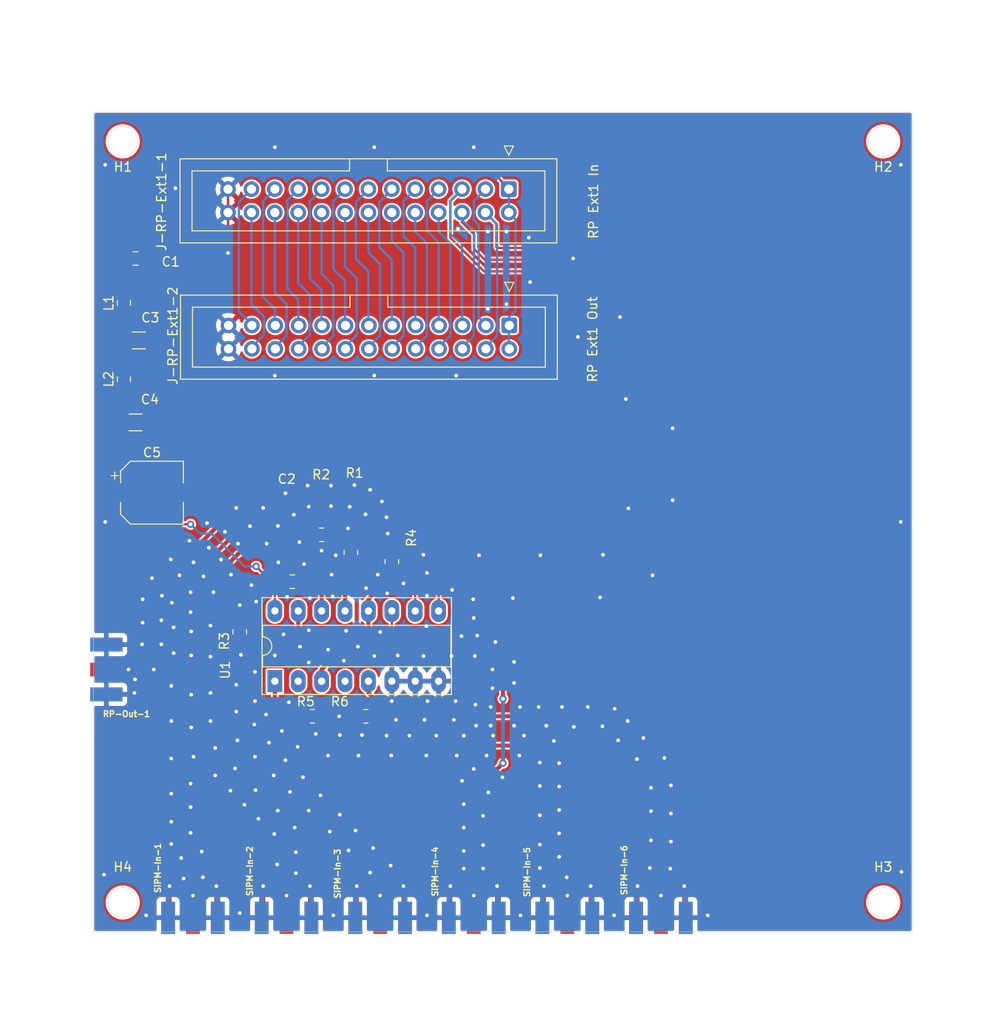
<source format=kicad_pcb>
(kicad_pcb (version 20240108) (generator "pcbnew") (generator_version "8.0")
  (layers (0 "F.Cu" signal) (31 "B.Cu" signal) (34 "B.Paste" user) (35 "F.Paste" user) (36 "B.SilkS" user "B.Silkscreen") (37 "F.SilkS" user "F.Silkscreen") (38 "B.Mask" user) (39 "F.Mask" user) (44 "Edge.Cuts" user))
  (net 0 "")
  (net 1 "3.3V-RP")
  (net 2 "+3V3")
  (net 3 "MUX_S0-RP")
  (net 4 "MUX_S1-RP")
  (net 5 "MUX_S2-RP")
  (net 6 "Net-(C3-Pad1)")
  (net 7 "GND")
  (net 8 "/RP_EXT1_3")
  (net 9 "/RP_EXT1_24")
  (net 10 "/RP_EXT1_22")
  (net 11 "/RP_EXT1_20")
  (net 12 "/RP_EXT1_18")
  (net 13 "/RP_EXT1_16")
  (net 14 "/RP_EXT1_14")
  (net 15 "/RP_EXT1_12")
  (net 16 "/RP_EXT1_10")
  (net 17 "/RP_EXT1_8")
  (net 18 "/RP_EXT1_23")
  (net 19 "/RP_EXT1_21")
  (net 20 "/RP_EXT1_19")
  (net 21 "/RP_EXT1_17")
  (net 22 "/RP_EXT1_15")
  (net 23 "/RP_EXT1_13")
  (net 24 "/RP_EXT1_11")
  (net 25 "/RP_EXT1_9")
  (net 26 "/RP_EXT1_7")
  (net 27 "Net-(R1-Pad1)")
  (net 28 "Net-(R2-Pad1)")
  (net 29 "Net-(R3-Pad1)")
  (net 30 "Net-(R4-Pad1)")
  (net 31 "Net-(R5-Pad1)")
  (net 32 "Net-(R6-Pad1)")
  (net 33 "Net-(RP-Out-1-Pad1)")
  (footprint "Package_DIP:DIP-16_W7.62mm_Socket_LongPads" (layer "F.Cu") (at 46.99 90.17 90)
    (property "Reference" "U1")
    (property "Value" "74HC4051")
  )
  (footprint "Capacitor_SMD:C_0805_2012Metric_Pad1.18x1.45mm_HandSolder" (layer "F.Cu") (at 31.877 44.323)
    (property "Reference" "C1")
    (property "Value" "100n")
  )
  (footprint "MountingHole:MountingHole_3.2mm_M3_ISO7380" (layer "F.Cu") (at 30.48 31.623)
    (property "Reference" "H1")
    (property "Value" "MountingHole")
  )
  (footprint "MountingHole:MountingHole_3.2mm_M3_ISO7380" (layer "F.Cu") (at 113.03 31.623)
    (property "Reference" "H2")
    (property "Value" "MountingHole")
  )
  (footprint "MountingHole:MountingHole_3.2mm_M3_ISO7380" (layer "F.Cu") (at 113.03 114.173)
    (property "Reference" "H3")
    (property "Value" "MountingHole")
  )
  (footprint "MountingHole:MountingHole_3.2mm_M3_ISO7380" (layer "F.Cu") (at 30.48 114.173)
    (property "Reference" "H4")
    (property "Value" "MountingHole")
  )
  (footprint "Resistor_SMD:R_0805_2012Metric_Pad1.20x1.40mm_HandSolder" (layer "F.Cu") (at 52.07 74.295)
    (property "Reference" "R2")
    (property "Value" "50")
  )
  (footprint "Resistor_SMD:R_0805_2012Metric_Pad1.20x1.40mm_HandSolder" (layer "F.Cu") (at 55.245 76.2 90)
    (property "Reference" "R1")
    (property "Value" "50")
  )
  (footprint "Capacitor_SMD:C_1206_3216Metric_Pad1.33x1.80mm_HandSolder" (layer "F.Cu") (at 32.2195 53.213)
    (property "Reference" "C3")
    (property "Value" "10µ")
  )
  (footprint "Capacitor_SMD:C_1206_3216Metric_Pad1.33x1.80mm_HandSolder" (layer "F.Cu") (at 31.877 62.103)
    (property "Reference" "C4")
    (property "Value" "10µ")
  )
  (footprint "Capacitor_SMD:CP_Elec_6.3x7.7" (layer "F.Cu") (at 33.655 69.723)
    (property "Reference" "C5")
    (property "Value" "100µ")
  )
  (footprint "Inductor_SMD:L_0805_2012Metric_Pad1.15x1.40mm_HandSolder" (layer "F.Cu") (at 30.607 49.158 90)
    (property "Reference" "L1")
    (property "Value" "BLM21PG331")
  )
  (footprint "Inductor_SMD:L_0805_2012Metric_Pad1.15x1.40mm_HandSolder" (layer "F.Cu") (at 30.607 57.413 90)
    (property "Reference" "L2")
    (property "Value" "BLM21PG331")
  )
  (footprint "Capacitor_SMD:C_0805_2012Metric_Pad1.18x1.45mm_HandSolder" (layer "F.Cu") (at 48.895 79.375)
    (property "Reference" "C2")
    (property "Value" "100n")
  )
  (footprint "Resistor_SMD:R_0805_2012Metric_Pad1.20x1.40mm_HandSolder" (layer "F.Cu") (at 43.18 84.82 90)
    (property "Reference" "R3")
    (property "Value" "50")
  )
  (footprint "Resistor_SMD:R_0805_2012Metric_Pad1.20x1.40mm_HandSolder" (layer "F.Cu") (at 59.69 77.2 90)
    (property "Reference" "R4")
    (property "Value" "50")
  )
  (footprint "Resistor_SMD:R_0805_2012Metric_Pad1.20x1.40mm_HandSolder" (layer "F.Cu") (at 51.07 93.98)
    (property "Reference" "R5")
    (property "Value" "50")
  )
  (footprint "Resistor_SMD:R_0805_2012Metric_Pad1.20x1.40mm_HandSolder" (layer "F.Cu") (at 56.88 93.98 180)
    (property "Reference" "R6")
    (property "Value" "50")
  )
  (footprint "Connector_IDC:IDC-Header_2x13_P2.54mm_Vertical" (layer "F.Cu") (at 72.39 36.8046 -90)
    (property "Reference" "J-RP-Ext1-1")
    (property "Value" "Conn_01x26")
  )
  (footprint "Connector_IDC:IDC-Header_2x13_P2.54mm_Vertical" (layer "F.Cu") (at 72.4408 51.5874 -90)
    (property "Reference" "J-RP-Ext1-2")
    (property "Value" "Conn_01x26")
  )
  (footprint "FP_MJ:RFSOLUTIONS_CON-SMA-EDGE-S" (layer "F.Cu") (at 28.702 88.9)
    (property "Reference" "RP-Out-1")
    (property "Value" "Conn_Coaxial")
  )
  (footprint "FP_MJ:RFSOLUTIONS_CON-SMA-EDGE-S" (layer "F.Cu") (at 38.1 115.824 90)
    (property "Reference" "SiPM-In-1")
    (property "Value" "Conn_Coaxial")
  )
  (footprint "FP_MJ:RFSOLUTIONS_CON-SMA-EDGE-S" (layer "F.Cu") (at 48.26 115.824 90)
    (property "Reference" "SiPM-In-2")
    (property "Value" "Conn_Coaxial")
  )
  (footprint "FP_MJ:RFSOLUTIONS_CON-SMA-EDGE-S" (layer "F.Cu") (at 58.42 115.824 90)
    (property "Reference" "SiPM-In-3")
    (property "Value" "Conn_Coaxial")
  )
  (footprint "FP_MJ:RFSOLUTIONS_CON-SMA-EDGE-S" (layer "F.Cu") (at 68.58 115.824 90)
    (property "Reference" "SiPM-In-4")
    (property "Value" "Conn_Coaxial")
  )
  (footprint "FP_MJ:RFSOLUTIONS_CON-SMA-EDGE-S" (layer "F.Cu") (at 78.74 115.824 90)
    (property "Reference" "SiPM-In-5")
    (property "Value" "Conn_Coaxial")
  )
  (footprint "FP_MJ:RFSOLUTIONS_CON-SMA-EDGE-S" (layer "F.Cu") (at 88.9 115.824 90)
    (property "Reference" "SiPM-In-6")
    (property "Value" "Conn_Coaxial")
  )
  (gr_line (start 27.305 117.348) (end 116.205 117.348) (stroke (width 0.05)) (layer "Edge.Cuts"))
  (gr_line (start 27.305 117.348) (end 27.305 28.448) (stroke (width 0.05)) (layer "Edge.Cuts"))
  (gr_line (start 27.305 28.448) (end 116.205 28.448) (stroke (width 0.05)) (layer "Edge.Cuts"))
  (gr_line (start 116.205 28.448) (end 116.205 117.348) (stroke (width 0.05)) (layer "Edge.Cuts"))
  (gr_text "RP Ext1 Out" (at 81.4832 53.1114 90) (layer "F.SilkS") (effects (font (size 1 1))))
  (gr_text "RP Ext1 In" (at 81.5848 38.1254 90) (layer "F.SilkS") (effects (font (size 1 1))))
  (segment (start 41.91 33.528) (end 30.8395 42.6935) (width 0.25) (layer "F.Cu") (net 1))
  (segment (start 30.8395 44.323) (end 30.8395 47.9005) (width 0.25) (layer "F.Cu") (net 1))
  (segment (start 30.8395 42.6935) (end 30.8395 44.323) (width 0.25) (layer "F.Cu") (net 1))
  (segment (start 72.39 36.8046) (end 69.342 33.528) (width 0.25) (layer "F.Cu") (net 1))
  (segment (start 69.342 33.528) (end 41.91 33.528) (width 0.25) (layer "F.Cu") (net 1))
  (segment (start 30.8395 47.9005) (end 30.607 48.133) (width 0.25) (layer "F.Cu") (net 1))
  (segment (start 72.39 51.435) (end 72.39 50.6984) (width 0.25) (layer "B.Cu") (net 1))
  (segment (start 73.115001 40.095001) (end 72.39 39.37) (width 0.25) (layer "B.Cu") (net 1))
  (segment (start 73.115001 49.973399) (end 73.115001 40.095001) (width 0.25) (layer "B.Cu") (net 1))
  (segment (start 72.39 50.6984) (end 73.115001 49.973399) (width 0.25) (layer "B.Cu") (net 1))
  (segment (start 72.39 53.975) (end 72.39 51.435) (width 0.25) (layer "B.Cu") (net 1))
  (segment (start 72.39 39.37) (end 72.39 36.83) (width 0.25) (layer "B.Cu") (net 1))
  (segment (start 37.846 73.152) (end 37.846 73.152) (width 0.25) (layer "F.Cu") (net 2))
  (segment (start 44.958 77.724) (end 46.609 79.375) (width 0.25) (layer "F.Cu") (net 2))
  (segment (start 30.3145 62.103) (end 30.3145 69.2205) (width 0.25) (layer "F.Cu") (net 2))
  (segment (start 30.607 58.438) (end 30.607 61.8105) (width 0.25) (layer "F.Cu") (net 2))
  (segment (start 29.812 69.723) (end 30.955 69.723) (width 0.25) (layer "F.Cu") (net 2))
  (segment (start 44.958 77.724) (end 44.958 77.724) (width 0.25) (layer "F.Cu") (net 2))
  (segment (start 33.528 73.152) (end 37.846 73.152) (width 0.25) (layer "F.Cu") (net 2))
  (segment (start 30.955 69.723) (end 33.528 73.152) (width 0.25) (layer "F.Cu") (net 2))
  (segment (start 30.3145 69.2205) (end 29.812 69.723) (width 0.25) (layer "F.Cu") (net 2))
  (segment (start 46.609 79.375) (end 47.8575 79.375) (width 0.25) (layer "F.Cu") (net 2))
  (segment (start 46.99 80.2425) (end 47.8575 79.375) (width 0.25) (layer "F.Cu") (net 2))
  (segment (start 30.607 61.8105) (end 30.3145 62.103) (width 0.25) (layer "F.Cu") (net 2))
  (segment (start 46.99 82.55) (end 46.99 80.2425) (width 0.25) (layer "F.Cu") (net 2))
  (via (at 37.846 73.152) (size 0.8) (drill 0.4) (layers "F.Cu" "B.Cu") (net 2))
  (via (at 44.958 77.724) (size 0.8) (drill 0.4) (layers "F.Cu" "B.Cu") (net 2))
  (segment (start 38.862 74.168) (end 37.846 73.152) (width 0.25) (layer "B.Cu") (net 2))
  (segment (start 44.958 77.724) (end 43.688 77.724) (width 0.25) (layer "B.Cu") (net 2))
  (segment (start 43.688 77.724) (end 40.132 74.168) (width 0.25) (layer "B.Cu") (net 2))
  (segment (start 40.132 74.168) (end 38.862 74.168) (width 0.25) (layer "B.Cu") (net 2))
  (segment (start 71.0438 43.1038) (end 71.12 43.18) (width 0.25) (layer "F.Cu") (net 3))
  (segment (start 71.0438 40.5638) (end 71.0438 43.1038) (width 0.25) (layer "F.Cu") (net 3))
  (segment (start 67.31 80.01) (end 67.31 83.82) (width 0.25) (layer "F.Cu") (net 3))
  (segment (start 77.1652 43.18) (end 82.55 50.038) (width 0.25) (layer "F.Cu") (net 3))
  (segment (start 88.9 76.1492) (end 85.0392 80.01) (width 0.25) (layer "F.Cu") (net 3))
  (segment (start 88.9 57.4548) (end 88.9 76.1492) (width 0.25) (layer "F.Cu") (net 3))
  (segment (start 71.12 43.18) (end 77.1652 43.18) (width 0.25) (layer "F.Cu") (net 3))
  (segment (start 67.31 83.82) (end 66.04 85.09) (width 0.25) (layer "F.Cu") (net 3))
  (segment (start 85.0392 80.01) (end 67.31 80.01) (width 0.25) (layer "F.Cu") (net 3))
  (segment (start 59.69 85.09) (end 59.69 82.55) (width 0.25) (layer "F.Cu") (net 3))
  (segment (start 82.55 50.038) (end 88.9 57.4548) (width 0.25) (layer "F.Cu") (net 3))
  (segment (start 69.85 39.37) (end 71.0438 40.5638) (width 0.25) (layer "F.Cu") (net 3))
  (segment (start 66.04 85.09) (end 59.69 85.09) (width 0.25) (layer "F.Cu") (net 3))
  (segment (start 71.12 52.705) (end 69.85 53.975) (width 0.25) (layer "B.Cu") (net 3))
  (segment (start 69.85 39.37) (end 71.12 40.64) (width 0.25) (layer "B.Cu") (net 3))
  (segment (start 71.12 40.64) (end 71.12 52.705) (width 0.25) (layer "B.Cu") (net 3))
  (segment (start 66.04 42.0624) (end 66.04 38.1) (width 0.25) (layer "F.Cu") (net 4))
  (segment (start 86.36 74.4982) (end 86.36 59.0042) (width 0.25) (layer "F.Cu") (net 4))
  (segment (start 66.04 38.1) (end 67.31 36.83) (width 0.25) (layer "F.Cu") (net 4))
  (segment (start 86.36 59.0042) (end 75.6158 45.72) (width 0.25) (layer "F.Cu") (net 4))
  (segment (start 69.6976 45.72) (end 66.04 42.0624) (width 0.25) (layer "F.Cu") (net 4))
  (segment (start 75.6158 45.72) (end 69.6976 45.72) (width 0.25) (layer "F.Cu") (net 4))
  (segment (start 62.23 77.47) (end 83.3882 77.47) (width 0.25) (layer "F.Cu") (net 4))
  (segment (start 83.3882 77.47) (end 86.36 74.4982) (width 0.25) (layer "F.Cu") (net 4))
  (segment (start 62.23 82.55) (end 62.23 77.47) (width 0.25) (layer "F.Cu") (net 4))
  (segment (start 66.04 38.1) (end 67.31 36.83) (width 0.25) (layer "B.Cu") (net 4))
  (segment (start 67.31 36.83) (end 66.802 37.338) (width 0.25) (layer "B.Cu") (net 4))
  (segment (start 66.0654 41.6814) (end 66.04 38.1) (width 0.25) (layer "B.Cu") (net 4))
  (segment (start 67.31 51.435) (end 67.31 42.7736) (width 0.25) (layer "B.Cu") (net 4))
  (segment (start 67.31 42.7736) (end 66.0654 41.6814) (width 0.25) (layer "B.Cu") (net 4))
  (segment (start 87.63 58.2676) (end 76.3524 44.45) (width 0.25) (layer "F.Cu") (net 5))
  (segment (start 69.7738 44.45) (end 68.6308 43.307) (width 0.25) (layer "F.Cu") (net 5))
  (segment (start 64.77 78.74) (end 84.2772 78.74) (width 0.25) (layer "F.Cu") (net 5))
  (segment (start 67.31 40.386) (end 67.31 39.37) (width 0.25) (layer "F.Cu") (net 5))
  (segment (start 68.6308 43.307) (end 68.6308 41.7068) (width 0.25) (layer "F.Cu") (net 5))
  (segment (start 68.6308 41.7068) (end 67.31 40.386) (width 0.25) (layer "F.Cu") (net 5))
  (segment (start 84.2772 78.74) (end 87.63 75.3872) (width 0.25) (layer "F.Cu") (net 5))
  (segment (start 87.63 75.3872) (end 87.63 58.2676) (width 0.25) (layer "F.Cu") (net 5))
  (segment (start 64.77 82.55) (end 64.77 78.74) (width 0.25) (layer "F.Cu") (net 5))
  (segment (start 76.3524 44.45) (end 69.7738 44.45) (width 0.25) (layer "F.Cu") (net 5))
  (segment (start 67.31 40.2082) (end 67.31 39.37) (width 0.25) (layer "B.Cu") (net 5))
  (segment (start 68.58 52.705) (end 68.6054 41.2496) (width 0.25) (layer "B.Cu") (net 5))
  (segment (start 67.31 53.975) (end 68.58 52.705) (width 0.25) (layer "B.Cu") (net 5))
  (segment (start 68.6054 41.2496) (end 67.31 40.2082) (width 0.25) (layer "B.Cu") (net 5))
  (segment (start 30.657 56.338) (end 30.607 56.388) (width 0.25) (layer "F.Cu") (net 6))
  (segment (start 30.607 50.183) (end 30.607 53.163) (width 0.25) (layer "F.Cu") (net 6))
  (segment (start 30.657 53.213) (end 30.657 56.338) (width 0.25) (layer "F.Cu") (net 6))
  (segment (start 30.607 53.163) (end 30.657 53.213) (width 0.25) (layer "F.Cu") (net 6))
  (segment (start 43.18 83.82) (end 43.18 81.915) (width 0.25) (layer "F.Cu") (net 7))
  (segment (start 55.88 93.98) (end 53.975 93.98) (width 0.25) (layer "F.Cu") (net 7))
  (segment (start 59.69 76.2) (end 59.69 74.295) (width 0.25) (layer "F.Cu") (net 7))
  (segment (start 52.07 93.98) (end 53.975 93.98) (width 0.25) (layer "F.Cu") (net 7))
  (segment (start 60.96 112.395) (end 60.96 115.41) (width 0.44) (layer "F.Cu") (net 7))
  (segment (start 53.07 74.295) (end 53.975 74.295) (width 0.44) (layer "F.Cu") (net 7))
  (segment (start 45.72 112.395) (end 45.72 115.41) (width 0.44) (layer "F.Cu") (net 7))
  (segment (start 50.8 115.41) (end 50.96 115.57) (width 0.44) (layer "F.Cu") (net 7))
  (segment (start 35.56 112.39501) (end 35.56 115.41) (width 0.44) (layer "F.Cu") (net 7))
  (segment (start 40.64 112.395) (end 40.64 115.41) (width 0.44) (layer "F.Cu") (net 7))
  (segment (start 55.88 115.41) (end 55.72 115.57) (width 0.44) (layer "F.Cu") (net 7))
  (segment (start 86.36 112.395) (end 86.36 115.41) (width 0.44) (layer "F.Cu") (net 7))
  (segment (start 40.64 115.41) (end 40.8 115.57) (width 0.44) (layer "F.Cu") (net 7))
  (segment (start 41.91 36.83) (end 41.91 39.37) (width 0.25) (layer "F.Cu") (net 7))
  (segment (start 91.44 112.395) (end 91.44 115.41) (width 0.44) (layer "F.Cu") (net 7))
  (segment (start 53.975 74.295) (end 54.61 73.66) (width 0.44) (layer "F.Cu") (net 7))
  (segment (start 45.72 115.41) (end 45.56 115.57) (width 0.44) (layer "F.Cu") (net 7))
  (segment (start 71.12 112.395) (end 71.12 115.41) (width 0.44) (layer "F.Cu") (net 7))
  (segment (start 55.245 75.835) (end 55.245 74.295) (width 0.44) (layer "F.Cu") (net 7))
  (segment (start 76.2 112.395) (end 76.2 115.41) (width 0.44) (layer "F.Cu") (net 7))
  (segment (start 66.04 112.395) (end 66.04 115.41) (width 0.44) (layer "F.Cu") (net 7))
  (segment (start 81.28 112.395) (end 81.28 115.41) (width 0.44) (layer "F.Cu") (net 7))
  (segment (start 76.2 115.41) (end 76.04 115.57) (width 0.44) (layer "F.Cu") (net 7))
  (segment (start 60.96 115.41) (end 61.12 115.57) (width 0.44) (layer "F.Cu") (net 7))
  (segment (start 49.9325 77.7025) (end 50.165 77.47) (width 0.44) (layer "F.Cu") (net 7))
  (segment (start 49.9325 79.375) (end 49.9325 77.7025) (width 0.44) (layer "F.Cu") (net 7))
  (segment (start 31.59 91.6) (end 31.75 91.44) (width 0.44) (layer "F.Cu") (net 7))
  (segment (start 81.28 115.41) (end 81.44 115.57) (width 0.44) (layer "F.Cu") (net 7))
  (segment (start 71.12 115.41) (end 71.28 115.57) (width 0.44) (layer "F.Cu") (net 7))
  (segment (start 86.36 115.41) (end 86.2 115.57) (width 0.44) (layer "F.Cu") (net 7))
  (segment (start 66.04 115.41) (end 65.88 115.57) (width 0.44) (layer "F.Cu") (net 7))
  (segment (start 35.56 115.41) (end 35.4 115.57) (width 0.44) (layer "F.Cu") (net 7))
  (segment (start 55.88 112.395) (end 55.88 115.41) (width 0.44) (layer "F.Cu") (net 7))
  (segment (start 31.148 86.2) (end 31.242 86.106) (width 0.25) (layer "F.Cu") (net 7))
  (segment (start 28.575 91.6) (end 31.59 91.6) (width 0.44) (layer "F.Cu") (net 7))
  (segment (start 91.44 115.41) (end 91.6 115.57) (width 0.44) (layer "F.Cu") (net 7))
  (segment (start 41.91 39.37) (end 41.91 43.724999) (width 0.25) (layer "F.Cu") (net 7))
  (segment (start 50.8 112.395) (end 50.8 115.41) (width 0.44) (layer "F.Cu") (net 7))
  (segment (start 59.69 90.17) (end 64.77 90.17) (width 0.25) (layer "F.Cu") (net 7))
  (segment (start 55.245 74.295) (end 54.61 73.66) (width 0.44) (layer "F.Cu") (net 7))
  (segment (start 28.575 86.2) (end 31.148 86.2) (width 0.25) (layer "F.Cu") (net 7))
  (via (at 43.18 81.915) (size 0.8) (drill 0.4) (layers "F.Cu" "B.Cu") (net 7))
  (via (at 59.2455 74.168) (size 0.8) (drill 0.4) (layers "F.Cu" "B.Cu") (net 7))
  (via (at 53.975 93.98) (size 0.8) (drill 0.4) (layers "F.Cu" "B.Cu") (net 7))
  (via (at 40.64 112.395) (size 0.8) (drill 0.4) (layers "F.Cu" "B.Cu") (net 7))
  (via (at 45.72 112.395) (size 0.8) (drill 0.4) (layers "F.Cu" "B.Cu") (net 7))
  (via (at 50.8 112.395) (size 0.8) (drill 0.4) (layers "F.Cu" "B.Cu") (net 7))
  (via (at 55.88 112.395) (size 0.8) (drill 0.4) (layers "F.Cu" "B.Cu") (net 7))
  (via (at 60.96 112.395) (size 0.8) (drill 0.4) (layers "F.Cu" "B.Cu") (net 7))
  (via (at 66.04 112.395) (size 0.8) (drill 0.4) (layers "F.Cu" "B.Cu") (net 7))
  (via (at 71.12 112.395) (size 0.8) (drill 0.4) (layers "F.Cu" "B.Cu") (net 7))
  (via (at 76.2 112.395) (size 0.8) (drill 0.4) (layers "F.Cu" "B.Cu") (net 7))
  (via (at 81.28 112.395) (size 0.8) (drill 0.4) (layers "F.Cu" "B.Cu") (net 7))
  (via (at 86.36 112.395) (size 0.8) (drill 0.4) (layers "F.Cu" "B.Cu") (net 7))
  (via (at 91.44 112.395) (size 0.8) (drill 0.4) (layers "F.Cu" "B.Cu") (net 7))
  (via (at 31.75 91.44) (size 0.8) (drill 0.4) (layers "F.Cu" "B.Cu") (net 7))
  (via (at 32.5755 86.1695) (size 0.8) (drill 0.4) (layers "F.Cu" "B.Cu") (net 7))
  (via (at 37.846 101.2825) (size 0.8) (drill 0.4) (layers "F.Cu" "B.Cu") (net 7))
  (via (at 77.851 109.22) (size 0.8) (drill 0.4) (layers "F.Cu" "B.Cu") (net 7))
  (via (at 114.935 34.163) (size 0.8) (drill 0.4) (layers "F.Cu" "B.Cu") (net 7))
  (via (at 70.9295 85.9155) (size 0.8) (drill 0.4) (layers "F.Cu" "B.Cu") (net 7))
  (via (at 86.995 96.3295) (size 0.8) (drill 0.4) (layers "F.Cu" "B.Cu") (net 7))
  (via (at 43.18 115.316) (size 0.8) (drill 0.4) (layers "F.Cu" "B.Cu") (net 7))
  (via (at 64.516 96.0755) (size 0.8) (drill 0.4) (layers "F.Cu" "B.Cu") (net 7))
  (via (at 37.846 82.677) (size 0.8) (drill 0.4) (layers "F.Cu" "B.Cu") (net 7))
  (via (at 72.9615 88.0745) (size 0.8) (drill 0.4) (layers "F.Cu" "B.Cu") (net 7))
  (via (at 68.707 87.4395) (size 0.8) (drill 0.4) (layers "F.Cu" "B.Cu") (net 7))
  (via (at 58.6105 70.6755) (size 0.8) (drill 0.4) (layers "F.Cu" "B.Cu") (net 7))
  (via (at 82.296 81.0895) (size 0.8) (drill 0.4) (layers "F.Cu" "B.Cu") (net 7))
  (via (at 31.8135 89.9795) (size 0.8) (drill 0.4) (layers "F.Cu" "B.Cu") (net 7))
  (via (at 87.9856 78.6892) (size 0.8) (drill 0.4) (layers "F.Cu" "B.Cu") (net 7))
  (via (at 68.834 94.996) (size 0.8) (drill 0.4) (layers "F.Cu" "B.Cu") (net 7))
  (via (at 58.42 84.836) (size 0.8) (drill 0.4) (layers "F.Cu" "B.Cu") (net 7))
  (via (at 44.958 81.534) (size 0.8) (drill 0.4) (layers "F.Cu" "B.Cu") (net 7))
  (via (at 36.0045 84.328) (size 0.8) (drill 0.4) (layers "F.Cu" "B.Cu") (net 7))
  (via (at 52.7685 98.2345) (size 0.8) (drill 0.4) (layers "F.Cu" "B.Cu") (net 7))
  (via (at 49.149 106.045) (size 0.8) (drill 0.4) (layers "F.Cu" "B.Cu") (net 7))
  (via (at 75.7555 101.5365) (size 0.8) (drill 0.4) (layers "F.Cu" "B.Cu") (net 7))
  (via (at 56.007 86.4235) (size 0.8) (drill 0.4) (layers "F.Cu" "B.Cu") (net 7))
  (via (at 79.883 52.832) (size 0.8) (drill 0.4) (layers "F.Cu" "B.Cu") (net 7))
  (via (at 49.0474 72.1106) (size 0.8) (drill 0.4) (layers "F.Cu" "B.Cu") (net 7))
  (via (at 73.533 98.2345) (size 0.8) (drill 0.4) (layers "F.Cu" "B.Cu") (net 7))
  (via (at 46.99 57.023) (size 0.8) (drill 0.4) (layers "F.Cu" "B.Cu") (net 7))
  (via (at 70.104 49.784) (size 0.8) (drill 0.4) (layers "F.Cu" "B.Cu") (net 7))
  (via (at 70.104 41.402) (size 0.8) (drill 0.4) (layers "F.Cu" "B.Cu") (net 7))
  (via (at 52.7685 86.741) (size 0.8) (drill 0.4) (layers "F.Cu" "B.Cu") (net 7))
  (via (at 69.596 104.775) (size 0.8) (drill 0.4) (layers "F.Cu" "B.Cu") (net 7))
  (via (at 42.672 99.6315) (size 0.8) (drill 0.4) (layers "F.Cu" "B.Cu") (net 7))
  (via (at 42.799 71.374) (size 0.8) (drill 0.4) (layers "F.Cu" "B.Cu") (net 7))
  (via (at 67.31 100.965) (size 0.8) (drill 0.4) (layers "F.Cu" "B.Cu") (net 7))
  (via (at 77.851 99.06) (size 0.8) (drill 0.4) (layers "F.Cu" "B.Cu") (net 7))
  (via (at 53.594 76.5175) (size 0.8) (drill 0.4) (layers "F.Cu" "B.Cu") (net 7))
  (via (at 40.513 97.409) (size 0.8) (drill 0.4) (layers "F.Cu" "B.Cu") (net 7))
  (via (at 41.148 76.9874) (size 0.8) (drill 0.4) (layers "F.Cu" "B.Cu") (net 7))
  (via (at 50.673 84.6455) (size 0.8) (drill 0.4) (layers "F.Cu" "B.Cu") (net 7))
  (via (at 114.935 72.898) (size 0.8) (drill 0.4) (layers "F.Cu" "B.Cu") (net 7))
  (via (at 53.086 71.1835) (size 0.8) (drill 0.4) (layers "F.Cu" "B.Cu") (net 7))
  (via (at 76.454 94.996) (size 0.8) (drill 0.4) (layers "F.Cu" "B.Cu") (net 7))
  (via (at 66.2305 80.264) (size 0.8) (drill 0.4) (layers "F.Cu" "B.Cu") (net 7))
  (via (at 87.6935 110.4265) (size 0.8) (drill 0.4) (layers "F.Cu" "B.Cu") (net 7))
  (via (at 35.7505 107.823) (size 0.8) (drill 0.4) (layers "F.Cu" "B.Cu") (net 7))
  (via (at 66.8782 41.0972) (size 0.8) (drill 0.4) (layers "F.Cu" "B.Cu") (net 7))
  (via (at 47.9425 85.09) (size 0.8) (drill 0.4) (layers "F.Cu" "B.Cu") (net 7))
  (via (at 40.005 91.44) (size 0.8) (drill 0.4) (layers "F.Cu" "B.Cu") (net 7))
  (via (at 70.1675 102.235) (size 0.8) (drill 0.4) (layers "F.Cu" "B.Cu") (net 7))
  (via (at 41.91 43.724999) (size 0.8) (drill 0.4) (layers "F.Cu" "B.Cu") (net 7))
  (via (at 32.639 83.82) (size 0.8) (drill 0.4) (layers "F.Cu" "B.Cu") (net 7))
  (via (at 36.83 109.347) (size 0.8) (drill 0.4) (layers "F.Cu" "B.Cu") (net 7))
  (via (at 54.0385 96.012) (size 0.8) (drill 0.4) (layers "F.Cu" "B.Cu") (net 7))
  (via (at 86.2965 98.6155) (size 0.8) (drill 0.4) (layers "F.Cu" "B.Cu") (net 7))
  (via (at 72.8345 81.153) (size 0.8) (drill 0.4) (layers "F.Cu" "B.Cu") (net 7))
  (via (at 50.038 100.584) (size 0.8) (drill 0.4) (layers "F.Cu" "B.Cu") (net 7))
  (via (at 63.119 87.4395) (size 0.8) (drill 0.4) (layers "F.Cu" "B.Cu") (net 7))
  (via (at 53.1495 78.613) (size 0.8) (drill 0.4) (layers "F.Cu" "B.Cu") (net 7))
  (via (at 35.7505 105.41) (size 0.8) (drill 0.4) (layers "F.Cu" "B.Cu") (net 7))
  (via (at 37.9095 95.1865) (size 0.8) (drill 0.4) (layers "F.Cu" "B.Cu") (net 7))
  (via (at 78.6765 111.4425) (size 0.8) (drill 0.4) (layers "F.Cu" "B.Cu") (net 7))
  (via (at 67.5005 108.585) (size 0.8) (drill 0.4) (layers "F.Cu" "B.Cu") (net 7))
  (via (at 66.675 57.023) (size 0.8) (drill 0.4) (layers "F.Cu" "B.Cu") (net 7))
  (via (at 49.276 110.998) (size 0.8) (drill 0.4) (layers "F.Cu" "B.Cu") (net 7))
  (via (at 37.719 74.93) (size 0.8) (drill 0.4) (layers "F.Cu" "B.Cu") (net 7))
  (via (at 34.7345 80.899) (size 0.8) (drill 0.4) (layers "F.Cu" "B.Cu") (net 7))
  (via (at 56.896 80.0735) (size 0.8) (drill 0.4) (layers "F.Cu" "B.Cu") (net 7))
  (via (at 66.6115 92.329) (size 0.8) (drill 0.4) (layers "F.Cu" "B.Cu") (net 7))
  (via (at 48.133 69.7865) (size 0.8) (drill 0.4) (layers "F.Cu" "B.Cu") (net 7))
  (via (at 38.1635 98.3615) (size 0.8) (drill 0.4) (layers "F.Cu" "B.Cu") (net 7))
  (via (at 85.09 59.563) (size 0.8) (drill 0.4) (layers "F.Cu" "B.Cu") (net 7))
  (via (at 50.546 68.961) (size 0.8) (drill 0.4) (layers "F.Cu" "B.Cu") (net 7))
  (via (at 60.325 87.376) (size 0.8) (drill 0.4) (layers "F.Cu" "B.Cu") (net 7))
  (via (at 42.2275 78.613) (size 0.8) (drill 0.4) (layers "F.Cu" "B.Cu") (net 7))
  (via (at 49.276 108.712) (size 0.8) (drill 0.4) (layers "F.Cu" "B.Cu") (net 7))
  (via (at 47.3075 104.2035) (size 0.8) (drill 0.4) (layers "F.Cu" "B.Cu") (net 7))
  (via (at 41.5798 73.9648) (size 0.8) (drill 0.4) (layers "F.Cu" "B.Cu") (net 7))
  (via (at 57.658 108.2675) (size 0.8) (drill 0.4) (layers "F.Cu" "B.Cu") (net 7))
  (via (at 66.167 87.4395) (size 0.8) (drill 0.4) (layers "F.Cu" "B.Cu") (net 7))
  (via (at 59.563 110.1725) (size 0.8) (drill 0.4) (layers "F.Cu" "B.Cu") (net 7))
  (via (at 75.7555 104.7115) (size 0.8) (drill 0.4) (layers "F.Cu" "B.Cu") (net 7))
  (via (at 52.959 106.4895) (size 0.8) (drill 0.4) (layers "F.Cu" "B.Cu") (net 7))
  (via (at 115.0112 110.8456) (size 0.8) (drill 0.4) (layers "F.Cu" "B.Cu") (net 7))
  (via (at 53.086 68.961) (size 0.8) (drill 0.4) (layers "F.Cu" "B.Cu") (net 7))
  (via (at 59.1185 72.39) (size 0.8) (drill 0.4) (layers "F.Cu" "B.Cu") (net 7))
  (via (at 42.9895 75.2475) (size 0.8) (drill 0.4) (layers "F.Cu" "B.Cu") (net 7))
  (via (at 75.6285 92.964) (size 0.8) (drill 0.4) (layers "F.Cu" "B.Cu") (net 7))
  (via (at 68.58 83.312) (size 0.8) (drill 0.4) (layers "F.Cu" "B.Cu") (net 7))
  (via (at 54.991 108.5215) (size 0.8) (drill 0.4) (layers "F.Cu" "B.Cu") (net 7))
  (via (at 37.846 106.6165) (size 0.8) (drill 0.4) (layers "F.Cu" "B.Cu") (net 7))
  (via (at 47.3202 73.3298) (size 0.8) (drill 0.4) (layers "F.Cu" "B.Cu") (net 7))
  (via (at 56.8325 72.0725) (size 0.8) (drill 0.4) (layers "F.Cu" "B.Cu") (net 7))
  (via (at 33.655 78.994) (size 0.8) (drill 0.4) (layers "F.Cu" "B.Cu") (net 7))
  (via (at 57.3405 110.9345) (size 0.8) (drill 0.4) (layers "F.Cu" "B.Cu") (net 7))
  (via (at 57.785 57.023) (size 0.8) (drill 0.4) (layers "F.Cu" "B.Cu") (net 7))
  (via (at 45.72 71.374) (size 0.8) (drill 0.4) (layers "F.Cu" "B.Cu") (net 7))
  (via (at 75.7555 98.9965) (size 0.8) (drill 0.4) (layers "F.Cu" "B.Cu") (net 7))
  (via (at 35.56 112.39501) (size 0.8) (drill 0.4) (layers "F.Cu" "B.Cu") (net 7))
  (via (at 59.1185 96.0755) (size 0.8) (drill 0.4) (layers "F.Cu" "B.Cu") (net 7))
  (via (at 49.7205 86.4235) (size 0.8) (drill 0.4) (layers "F.Cu" "B.Cu") (net 7))
  (via (at 43.307 87.3125) (size 0.8) (drill 0.4) (layers "F.Cu" "B.Cu") (net 7))
  (via (at 44.45 79.756) (size 0.8) (drill 0.4) (layers "F.Cu" "B.Cu") (net 7))
  (via (at 42.164 102.0445) (size 0.8) (drill 0.4) (layers "F.Cu" "B.Cu") (net 7))
  (via (at 34.671 83.566) (size 0.8) (drill 0.4) (layers "F.Cu" "B.Cu") (net 7))
  (via (at 63.5635 92.329) (size 0.8) (drill 0.4) (layers "F.Cu" "B.Cu") (net 7))
  (via (at 87.8205 101.727) (size 0.8) (drill 0.4) (layers "F.Cu" "B.Cu") (net 7))
  (via (at 53.2765 80.9625) (size 0.8) (drill 0.4) (layers "F.Cu" "B.Cu") (net 7))
  (via (at 79.4385 95.123) (size 0.8) (drill 0.4) (layers "F.Cu" "B.Cu") (net 7))
  (via (at 58.166 78.613) (size 0.8) (drill 0.4) (layers "F.Cu" "B.Cu") (net 7))
  (via (at 33.8455 88.9) (size 0.8) (drill 0.4) (layers "F.Cu" "B.Cu") (net 7))
  (via (at 36.195 36.703) (size 0.8) (drill 0.4) (layers "F.Cu" "B.Cu") (net 7))
  (via (at 46.101 75.2475) (size 0.8) (drill 0.4) (layers "F.Cu" "B.Cu") (net 7))
  (via (at 36.0045 87.122) (size 0.8) (drill 0.4) (layers "F.Cu" "B.Cu") (net 7))
  (via (at 40.005 87.503) (size 0.8) (drill 0.4) (layers "F.Cu" "B.Cu") (net 7))
  (via (at 68.7705 92.71) (size 0.8) (drill 0.4) (layers "F.Cu" "B.Cu") (net 7))
  (via (at 59.69 92.329) (size 0.8) (drill 0.4) (layers "F.Cu" "B.Cu") (net 7))
  (via (at 50.8 81.153) (size 0.8) (drill 0.4) (layers "F.Cu" "B.Cu") (net 7))
  (via (at 67.2465 85.2805) (size 0.8) (drill 0.4) (layers "F.Cu" "B.Cu") (net 7))
  (via (at 37.846 103.8225) (size 0.8) (drill 0.4) (layers "F.Cu" "B.Cu") (net 7))
  (via (at 59.6265 98.2345) (size 0.8) (drill 0.4) (layers "F.Cu" "B.Cu") (net 7))
  (via (at 50.673 104.2035) (size 0.8) (drill 0.4) (layers "F.Cu" "B.Cu") (net 7))
  (via (at 39.0525 108.6485) (size 0.8) (drill 0.4) (layers "F.Cu" "B.Cu") (net 7))
  (via (at 68.58 99.695) (size 0.8) (drill 0.4) (layers "F.Cu" "B.Cu") (net 7))
  (via (at 44.8945 101.981) (size 0.8) (drill 0.4) (layers "F.Cu" "B.Cu") (net 7))
  (via (at 67.5005 110.49) (size 0.8) (drill 0.4) (layers "F.Cu" "B.Cu") (net 7))
  (via (at 59.182 80.645) (size 0.8) (drill 0.4) (layers "F.Cu" "B.Cu") (net 7))
  (via (at 87.8205 107.442) (size 0.8) (drill 0.4) (layers "F.Cu" "B.Cu") (net 7))
  (via (at 48.3235 81.026) (size 0.8) (drill 0.4) (layers "F.Cu" "B.Cu") (net 7))
  (via (at 42.926 96.5835) (size 0.8) (drill 0.4) (layers "F.Cu" "B.Cu") (net 7))
  (via (at 40.3225 80.518) (size 0.8) (drill 0.4) (layers "F.Cu" "B.Cu") (net 7))
  (via (at 40.005 84.1375) (size 0.8) (drill 0.4) (layers "F.Cu" "B.Cu") (net 7))
  (via (at 35.7505 94.488) (size 0.8) (drill 0.4) (layers "F.Cu" "B.Cu") (net 7))
  (via (at 66.7385 98.2345) (size 0.8) (drill 0.4) (layers "F.Cu" "B.Cu") (net 7))
  (via (at 63.4365 98.2345) (size 0.8) (drill 0.4) (layers "F.Cu" "B.Cu") (net 7))
  (via (at 72.9615 94.996) (size 0.8) (drill 0.4) (layers "F.Cu" "B.Cu") (net 7))
  (via (at 46.355 96.8375) (size 0.8) (drill 0.4) (layers "F.Cu" "B.Cu") (net 7))
  (via (at 72.136 41.402) (size 0.8) (drill 0.4) (layers "F.Cu" "B.Cu") (net 7))
  (via (at 56.0705 98.2345) (size 0.8) (drill 0.4) (layers "F.Cu" "B.Cu") (net 7))
  (via (at 44.7675 94.869) (size 0.8) (drill 0.4) (layers "F.Cu" "B.Cu") (net 7))
  (via (at 69.977 98.2345) (size 0.8) (drill 0.4) (layers "F.Cu" "B.Cu") (net 7))
  (via (at 44.831 89.154) (size 0.8) (drill 0.4) (layers "F.Cu" "B.Cu") (net 7))
  (via (at 74.549 42.0624) (size 0.8) (drill 0.4) (layers "F.Cu" "B.Cu") (net 7))
  (via (at 70.6755 96.0755) (size 0.8) (drill 0.4) (layers "F.Cu" "B.Cu") (net 7))
  (via (at 55.118 71.247) (size 0.8) (drill 0.4) (layers "F.Cu" "B.Cu") (net 7))
  (via (at 90.17 70.5358) (size 0.8) (drill 0.4) (layers "F.Cu" "B.Cu") (net 7))
  (via (at 37.084 111.5695) (size 0.8) (drill 0.4) (layers "F.Cu" "B.Cu") (net 7))
  (via (at 54.737 84.709) (size 0.8) (drill 0.4) (layers "F.Cu" "B.Cu") (net 7))
  (via (at 84.455 50.673) (size 0.8) (drill 0.4) (layers "F.Cu" "B.Cu") (net 7))
  (via (at 82.55 95.0595) (size 0.8) (drill 0.4) (layers "F.Cu" "B.Cu") (net 7))
  (via (at 50.165 77.47) (size 0.8) (drill 0.4) (layers "F.Cu" "B.Cu") (net 7))
  (via (at 28.575 34.163) (size 0.8) (drill 0.4) (layers "F.Cu" "B.Cu") (net 7))
  (via (at 89.9795 104.521) (size 0.8) (drill 0.4) (layers "F.Cu" "B.Cu") (net 7))
  (via (at 55.626 68.8975) (size 0.8) (drill 0.4) (layers "F.Cu" "B.Cu") (net 7))
  (via (at 44.831 92.329) (size 0.8) (drill 0.4) (layers "F.Cu" "B.Cu") (net 7))
  (via (at 70.4215 92.964) (size 0.8) (drill 0.4) (layers "F.Cu" "B.Cu") (net 7))
  (via (at 56.4515 96.012) (size 0.8) (drill 0.4) (layers "F.Cu" "B.Cu") (net 7))
  (via (at 74.7014 46.8884) (size 0.8) (drill 0.4) (layers "F.Cu" "B.Cu") (net 7))
  (via (at 90.17 62.738) (size 0.8) (drill 0.4) (layers "F.Cu" "B.Cu") (net 7))
  (via (at 54.0385 104.648) (size 0.8) (drill 0.4) (layers "F.Cu" "B.Cu") (net 7))
  (via (at 35.7505 102.362) (size 0.8) (drill 0.4) (layers "F.Cu" "B.Cu") (net 7))
  (via (at 63.4365 84.201) (size 0.8) (drill 0.4) (layers "F.Cu" "B.Cu") (net 7))
  (via (at 60.1345 94.361) (size 0.8) (drill 0.4) (layers "F.Cu" "B.Cu") (net 7))
  (via (at 39.243 78.8035) (size 0.8) (drill 0.4) (layers "F.Cu" "B.Cu") (net 7))
  (via (at 57.785 87.4395) (size 0.8) (drill 0.4) (layers "F.Cu" "B.Cu") (net 7))
  (via (at 72.136 49.276) (size 0.8) (drill 0.4) (layers "F.Cu" "B.Cu") (net 7))
  (via (at 40.513 100.3935) (size 0.8) (drill 0.4) (layers "F.Cu" "B.Cu") (net 7))
  (via (at 46.863 100.3935) (size 0.8) (drill 0.4) (layers "F.Cu" "B.Cu") (net 7))
  (via (at 37.9095 84.7725) (size 0.8) (drill 0.4) (layers "F.Cu" "B.Cu") (net 7))
  (via (at 44.2976 73.3552) (size 0.8) (drill 0.4) (layers "F.Cu" "B.Cu") (net 7))
  (via (at 46.9265 106.7435) (size 0.8) (drill 0.4) (layers "F.Cu" "B.Cu") (net 7))
  (via (at 77.851 101.6) (size 0.8) (drill 0.4) (layers "F.Cu" "B.Cu") (net 7))
  (via (at 93.98 115.57) (size 0.8) (drill 0.4) (layers "F.Cu" "B.Cu") (net 7))
  (via (at 69.1515 76.5175) (size 0.8) (drill 0.4) (layers "F.Cu" "B.Cu") (net 7))
  (via (at 63.246 94.361) (size 0.8) (drill 0.4) (layers "F.Cu" "B.Cu") (net 7))
  (via (at 75.7555 107.8865) (size 0.8) (drill 0.4) (layers "F.Cu" "B.Cu") (net 7))
  (via (at 43.688 103.5685) (size 0.8) (drill 0.4) (layers "F.Cu" "B.Cu") (net 7))
  (via (at 47.371 77.2795) (size 0.8) (drill 0.4) (layers "F.Cu" "B.Cu") (net 7))
  (via (at 39.1795 111.4425) (size 0.8) (drill 0.4) (layers "F.Cu" "B.Cu") (net 7))
  (via (at 68.58 32.258) (size 0.8) (drill 0.4) (layers "F.Cu" "B.Cu") (net 7))
  (via (at 51.435 95.885) (size 0.8) (drill 0.4) (layers "F.Cu" "B.Cu") (net 7))
  (via (at 60.96 79.5655) (size 0.8) (drill 0.4) (layers "F.Cu" "B.Cu") (net 7))
  (via (at 46.0375 93.7895) (size 0.8) (drill 0.4) (layers "F.Cu" "B.Cu") (net 7))
  (via (at 35.7505 98.552) (size 0.8) (drill 0.4) (layers "F.Cu" "B.Cu") (net 7))
  (via (at 77.2795 96.647) (size 0.8) (drill 0.4) (layers "F.Cu" "B.Cu") (net 7))
  (via (at 46.99 32.258) (size 0.8) (drill 0.4) (layers "F.Cu" "B.Cu") (net 7))
  (via (at 35.814 81.661) (size 0.8) (drill 0.4) (layers "F.Cu" "B.Cu") (net 7))
  (via (at 42.799 93.472) (size 0.8) (drill 0.4) (layers "F.Cu" "B.Cu") (net 7))
  (via (at 34.671 86.1695) (size 0.8) (drill 0.4) (layers "F.Cu" "B.Cu") (net 7))
  (via (at 40.005 94.488) (size 0.8) (drill 0.4) (layers "F.Cu" "B.Cu") (net 7))
  (via (at 48.133 98.7425) (size 0.8) (drill 0.4) (layers "F.Cu" "B.Cu") (net 7))
  (via (at 89.281 98.4885) (size 0.8) (drill 0.4) (layers "F.Cu" "B.Cu") (net 7))
  (via (at 50.673 88.138) (size 0.8) (drill 0.4) (layers "F.Cu" "B.Cu") (net 7))
  (via (at 85.3694 71.4248) (size 0.8) (drill 0.4) (layers "F.Cu" "B.Cu") (net 7))
  (via (at 67.5005 96.0755) (size 0.8) (drill 0.4) (layers "F.Cu" "B.Cu") (net 7))
  (via (at 45.212 105.0925) (size 0.8) (drill 0.4) (layers "F.Cu" "B.Cu") (net 7))
  (via (at 63.5 115.57) (size 0.8) (drill 0.4) (layers "F.Cu" "B.Cu") (net 7))
  (via (at 32.639 81.28) (size 0.8) (drill 0.4) (layers "F.Cu" "B.Cu") (net 7))
  (via (at 79.375 44.323) (size 0.8) (drill 0.4) (layers "F.Cu" "B.Cu") (net 7))
  (via (at 67.5005 106.045) (size 0.8) (drill 0.4) (layers "F.Cu" "B.Cu") (net 7))
  (via (at 63.5 78.4225) (size 0.8) (drill 0.4) (layers "F.Cu" "B.Cu") (net 7))
  (via (at 66.421 94.361) (size 0.8) (drill 0.4) (layers "F.Cu" "B.Cu") (net 7))
  (via (at 39.8272 75.692) (size 0.8) (drill 0.4) (layers "F.Cu" "B.Cu") (net 7))
  (via (at 54.9275 73.5965) (size 0.8) (drill 0.4) (layers "F.Cu" "B.Cu") (net 7))
  (via (at 74.041 96.0755) (size 0.8) (drill 0.4) (layers "F.Cu" "B.Cu") (net 7))
  (via (at 57.785 32.258) (size 0.8) (drill 0.4) (layers "F.Cu" "B.Cu") (net 7))
  (via (at 70.4215 94.996) (size 0.8) (drill 0.4) (layers "F.Cu" "B.Cu") (net 7))
  (via (at 85.2805 94.488) (size 0.8) (drill 0.4) (layers "F.Cu" "B.Cu") (net 7))
  (via (at 73.5965 92.964) (size 0.8) (drill 0.4) (layers "F.Cu" "B.Cu") (net 7))
  (via (at 83.8835 93.1545) (size 0.8) (drill 0.4) (layers "F.Cu" "B.Cu") (net 7))
  (via (at 84.2645 96.5835) (size 0.8) (drill 0.4) (layers "F.Cu" "B.Cu") (net 7))
  (via (at 89.9795 107.569) (size 0.8) (drill 0.4) (layers "F.Cu" "B.Cu") (net 7))
  (via (at 47.752 95.5675) (size 0.8) (drill 0.4) (layers "F.Cu" "B.Cu") (net 7))
  (via (at 83.82 115.57) (size 0.8) (drill 0.4) (layers "F.Cu" "B.Cu") (net 7))
  (via (at 28.448 111.1504) (size 0.8) (drill 0.4) (layers "F.Cu" "B.Cu") (net 7))
  (via (at 36.6395 78.6765) (size 0.8) (drill 0.4) (layers "F.Cu" "B.Cu") (net 7))
  (via (at 61.595 96.0755) (size 0.8) (drill 0.4) (layers "F.Cu" "B.Cu") (net 7))
  (via (at 70.612 90.932) (size 0.8) (drill 0.4) (layers "F.Cu" "B.Cu") (net 7))
  (via (at 87.8205 104.267) (size 0.8) (drill 0.4) (layers "F.Cu" "B.Cu") (net 7))
  (via (at 28.575 72.898) (size 0.8) (drill 0.4) (layers "F.Cu" "B.Cu") (net 7))
  (via (at 82.6135 76.454) (size 0.8) (drill 0.4) (layers "F.Cu" "B.Cu") (net 7))
  (via (at 51.943 102.5525) (size 0.8) (drill 0.4) (layers "F.Cu" "B.Cu") (net 7))
  (via (at 46.99 87.376) (size 0.8) (drill 0.4) (layers "F.Cu" "B.Cu") (net 7))
  (via (at 54.483 87.9475) (size 0.8) (drill 0.4) (layers "F.Cu" "B.Cu") (net 7))
  (via (at 49.4665 97.282) (size 0.8) (drill 0.4) (layers "F.Cu" "B.Cu") (net 7))
  (via (at 53.34 115.57) (size 0.8) (drill 0.4) (layers "F.Cu" "B.Cu") (net 7))
  (via (at 37.846 80.518) (size 0.8) (drill 0.4) (layers "F.Cu" "B.Cu") (net 7))
  (via (at 38.1635 77.2795) (size 0.8) (drill 0.4) (layers "F.Cu" "B.Cu") (net 7))
  (via (at 77.851 104.14) (size 0.8) (drill 0.4) (layers "F.Cu" "B.Cu") (net 7))
  (via (at 89.916 110.49) (size 0.8) (drill 0.4) (layers "F.Cu" "B.Cu") (net 7))
  (via (at 72.9615 90.3605) (size 0.8) (drill 0.4) (layers "F.Cu" "B.Cu") (net 7))
  (via (at 89.9795 101.473) (size 0.8) (drill 0.4) (layers "F.Cu" "B.Cu") (net 7))
  (via (at 37.9095 87.376) (size 0.8) (drill 0.4) (layers "F.Cu" "B.Cu") (net 7))
  (via (at 42.799 90.551) (size 0.8) (drill 0.4) (layers "F.Cu" "B.Cu") (net 7))
  (via (at 63.119 76.454) (size 0.8) (drill 0.4) (layers "F.Cu" "B.Cu") (net 7))
  (via (at 39.624 73.025) (size 0.8) (drill 0.4) (layers "F.Cu" "B.Cu") (net 7))
  (via (at 73.66 115.57) (size 0.8) (drill 0.4) (layers "F.Cu" "B.Cu") (net 7))
  (via (at 69.596 110.49) (size 0.8) (drill 0.4) (layers "F.Cu" "B.Cu") (net 7))
  (via (at 50.673 71.247) (size 0.8) (drill 0.4) (layers "F.Cu" "B.Cu") (net 7))
  (via (at 68.5165 81.28) (size 0.8) (drill 0.4) (layers "F.Cu" "B.Cu") (net 7))
  (via (at 57.3405 69.4055) (size 0.8) (drill 0.4) (layers "F.Cu" "B.Cu") (net 7))
  (via (at 37.9095 91.6305) (size 0.8) (drill 0.4) (layers "F.Cu" "B.Cu") (net 7))
  (via (at 52.07 76.0095) (size 0.8) (drill 0.4) (layers "F.Cu" "B.Cu") (net 7))
  (via (at 75.7555 110.4265) (size 0.8) (drill 0.4) (layers "F.Cu" "B.Cu") (net 7))
  (via (at 44.831 98.3615) (size 0.8) (drill 0.4) (layers "F.Cu" "B.Cu") (net 7))
  (via (at 70.612 88.9) (size 0.8) (drill 0.4) (layers "F.Cu" "B.Cu") (net 7))
  (via (at 35.7505 90.678) (size 0.8) (drill 0.4) (layers "F.Cu" "B.Cu") (net 7))
  (via (at 68.961 85.217) (size 0.8) (drill 0.4) (layers "F.Cu" "B.Cu") (net 7))
  (via (at 35.687 76.962) (size 0.8) (drill 0.4) (layers "F.Cu" "B.Cu") (net 7))
  (via (at 69.596 107.95) (size 0.8) (drill 0.4) (layers "F.Cu" "B.Cu") (net 7))
  (via (at 48.514 92.456) (size 0.8) (drill 0.4) (layers "F.Cu" "B.Cu") (net 7))
  (via (at 49.657 75.0824) (size 0.8) (drill 0.4) (layers "F.Cu" "B.Cu") (net 7))
  (via (at 77.851 106.68) (size 0.8) (drill 0.4) (layers "F.Cu" "B.Cu") (net 7))
  (via (at 78.1685 92.964) (size 0.8) (drill 0.4) (layers "F.Cu" "B.Cu") (net 7))
  (via (at 33.02 115.57) (size 0.8) (drill 0.4) (layers "F.Cu" "B.Cu") (net 7))
  (via (at 63.5 80.899) (size 0.8) (drill 0.4) (layers "F.Cu" "B.Cu") (net 7))
  (via (at 47.244 110.0455) (size 0.8) (drill 0.4) (layers "F.Cu" "B.Cu") (net 7))
  (via (at 75.819 76.5175) (size 0.8) (drill 0.4) (layers "F.Cu" "B.Cu") (net 7))
  (via (at 67.5005 103.505) (size 0.8) (drill 0.4) (layers "F.Cu" "B.Cu") (net 7))
  (via (at 48.641 102.1715) (size 0.8) (drill 0.4) (layers "F.Cu" "B.Cu") (net 7))
  (via (at 71.6915 100.584) (size 0.8) (drill 0.4) (layers "F.Cu" "B.Cu") (net 7))
  (via (at 55.753 106.3625) (size 0.8) (drill 0.4) (layers "F.Cu" "B.Cu") (net 7))
  (via (at 80.9625 92.964) (size 0.8) (drill 0.4) (layers "F.Cu" "B.Cu") (net 7))
  (segment (start 69.85 36.83) (end 68.58 38.1) (width 0.25) (layer "B.Cu") (net 8))
  (segment (start 69.124999 50.709999) (end 69.85 51.435) (width 0.25) (layer "B.Cu") (net 8))
  (segment (start 69.124999 40.64) (end 69.124999 50.709999) (width 0.25) (layer "B.Cu") (net 8))
  (segment (start 68.58 40.132) (end 69.088 40.64) (width 0.25) (layer "B.Cu") (net 8))
  (segment (start 68.58 38.1) (end 68.58 40.132) (width 0.25) (layer "B.Cu") (net 8))
  (segment (start 45.814999 50.640999) (end 45.814999 52.610001) (width 0.25) (layer "B.Cu") (net 9))
  (segment (start 44.45 49.276) (end 45.814999 50.640999) (width 0.25) (layer "B.Cu") (net 9))
  (segment (start 45.814999 52.610001) (end 44.45 53.975) (width 0.25) (layer "B.Cu") (net 9))
  (segment (start 44.45 39.37) (end 44.45 49.276) (width 0.25) (layer "B.Cu") (net 9))
  (segment (start 48.26 52.705) (end 46.99 53.975) (width 0.25) (layer "B.Cu") (net 10))
  (segment (start 46.99 39.37) (end 46.99 48.006) (width 0.25) (layer "B.Cu") (net 10))
  (segment (start 48.26 49.276) (end 48.26 52.705) (width 0.25) (layer "B.Cu") (net 10))
  (segment (start 46.99 48.006) (end 48.26 49.276) (width 0.25) (layer "B.Cu") (net 10))
  (segment (start 50.8 48.26) (end 49.53 46.99) (width 0.25) (layer "B.Cu") (net 11))
  (segment (start 50.8 52.578) (end 50.8 48.26) (width 0.25) (layer "B.Cu") (net 11))
  (segment (start 49.53 53.975) (end 49.53 53.848) (width 0.25) (layer "B.Cu") (net 11))
  (segment (start 49.53 46.99) (end 49.53 39.37) (width 0.25) (layer "B.Cu") (net 11))
  (segment (start 49.53 53.848) (end 50.8 52.578) (width 0.25) (layer "B.Cu") (net 11))
  (segment (start 53.34 47.244) (end 53.34 52.705) (width 0.25) (layer "B.Cu") (net 12))
  (segment (start 53.34 52.705) (end 52.07 53.975) (width 0.25) (layer "B.Cu") (net 12))
  (segment (start 52.07 39.37) (end 52.07 45.974) (width 0.25) (layer "B.Cu") (net 12))
  (segment (start 52.07 45.974) (end 53.34 47.244) (width 0.25) (layer "B.Cu") (net 12))
  (segment (start 54.61 53.912002) (end 54.61 53.975) (width 0.25) (layer "B.Cu") (net 13))
  (segment (start 55.88 46.482) (end 55.88 52.642002) (width 0.25) (layer "B.Cu") (net 13))
  (segment (start 55.88 52.642002) (end 54.61 53.912002) (width 0.25) (layer "B.Cu") (net 13))
  (segment (start 54.61 45.212) (end 55.88 46.482) (width 0.25) (layer "B.Cu") (net 13))
  (segment (start 54.61 39.37) (end 54.61 45.212) (width 0.25) (layer "B.Cu") (net 13))
  (segment (start 58.42 52.705) (end 57.15 53.975) (width 0.25) (layer "B.Cu") (net 14))
  (segment (start 57.15 43.688) (end 58.42 44.958) (width 0.25) (layer "B.Cu") (net 14))
  (segment (start 58.42 44.958) (end 58.42 52.705) (width 0.25) (layer "B.Cu") (net 14))
  (segment (start 57.15 39.37) (end 57.15 43.688) (width 0.25) (layer "B.Cu") (net 14))
  (segment (start 60.96 43.688) (end 60.96 52.705) (width 0.25) (layer "B.Cu") (net 15))
  (segment (start 60.96 52.705) (end 59.69 53.975) (width 0.25) (layer "B.Cu") (net 15))
  (segment (start 59.69 39.37) (end 59.69 42.418) (width 0.25) (layer "B.Cu") (net 15))
  (segment (start 59.69 42.418) (end 60.96 43.688) (width 0.25) (layer "B.Cu") (net 15))
  (segment (start 63.5 52.705) (end 62.23 53.975) (width 0.25) (layer "B.Cu") (net 16))
  (segment (start 62.23 41.402) (end 63.5 42.672) (width 0.25) (layer "B.Cu") (net 16))
  (segment (start 62.23 39.37) (end 62.23 41.402) (width 0.25) (layer "B.Cu") (net 16))
  (segment (start 63.5 42.672) (end 63.5 52.705) (width 0.25) (layer "B.Cu") (net 16))
  (segment (start 66.04 42.672) (end 66.04 52.705) (width 0.25) (layer "B.Cu") (net 17))
  (segment (start 66.04 52.705) (end 64.77 53.975) (width 0.25) (layer "B.Cu") (net 17))
  (segment (start 64.77 41.402) (end 66.04 42.672) (width 0.25) (layer "B.Cu") (net 17))
  (segment (start 64.77 39.37) (end 64.77 41.402) (width 0.25) (layer "B.Cu") (net 17))
  (segment (start 43.085001 38.194999) (end 43.085001 50.070001) (width 0.25) (layer "B.Cu") (net 18))
  (segment (start 44.45 36.83) (end 43.085001 38.194999) (width 0.25) (layer "B.Cu") (net 18))
  (segment (start 43.085001 50.070001) (end 44.45 51.435) (width 0.25) (layer "B.Cu") (net 18))
  (segment (start 46.99 36.83) (end 45.72 38.1) (width 0.25) (layer "B.Cu") (net 19))
  (segment (start 45.72 38.1) (end 45.72 48.514) (width 0.25) (layer "B.Cu") (net 19))
  (segment (start 46.99 49.784) (end 46.99 51.435) (width 0.25) (layer "B.Cu") (net 19))
  (segment (start 45.72 48.514) (end 46.99 49.784) (width 0.25) (layer "B.Cu") (net 19))
  (segment (start 49.53 48.768) (end 49.53 51.435) (width 0.25) (layer "B.Cu") (net 20))
  (segment (start 48.26 38.1) (end 48.354999 38.194999) (width 0.25) (layer "B.Cu") (net 20))
  (segment (start 48.354999 38.194999) (end 48.354999 47.592999) (width 0.25) (layer "B.Cu") (net 20))
  (segment (start 49.53 36.83) (end 48.26 38.1) (width 0.25) (layer "B.Cu") (net 20))
  (segment (start 48.354999 47.592999) (end 49.53 48.768) (width 0.25) (layer "B.Cu") (net 20))
  (segment (start 50.8 46.482) (end 52.07 47.752) (width 0.25) (layer "B.Cu") (net 21))
  (segment (start 52.07 36.83) (end 50.8 38.1) (width 0.25) (layer "B.Cu") (net 21))
  (segment (start 52.07 47.752) (end 52.07 51.435) (width 0.25) (layer "B.Cu") (net 21))
  (segment (start 50.8 38.1) (end 50.8 46.482) (width 0.25) (layer "B.Cu") (net 21))
  (segment (start 54.61 46.736) (end 54.61 51.435) (width 0.25) (layer "B.Cu") (net 22))
  (segment (start 53.34 45.466) (end 54.61 46.736) (width 0.25) (layer "B.Cu") (net 22))
  (segment (start 53.34 38.1) (end 53.34 45.466) (width 0.25) (layer "B.Cu") (net 22))
  (segment (start 54.61 36.83) (end 53.34 38.1) (width 0.25) (layer "B.Cu") (net 22))
  (segment (start 55.785001 44.355001) (end 57.15 45.72) (width 0.25) (layer "B.Cu") (net 23))
  (segment (start 57.15 45.72) (end 57.15 51.435) (width 0.25) (layer "B.Cu") (net 23))
  (segment (start 57.15 36.83) (end 55.785001 38.194999) (width 0.25) (layer "B.Cu") (net 23))
  (segment (start 55.785001 38.194999) (end 55.785001 44.355001) (width 0.25) (layer "B.Cu") (net 23))
  (segment (start 59.69 36.83) (end 58.325001 38.194999) (width 0.25) (layer "B.Cu") (net 24))
  (segment (start 58.325001 43.085001) (end 59.69 44.45) (width 0.25) (layer "B.Cu") (net 24))
  (segment (start 59.69 44.45) (end 59.69 51.435) (width 0.25) (layer "B.Cu") (net 24))
  (segment (start 58.325001 38.194999) (end 58.325001 43.085001) (width 0.25) (layer "B.Cu") (net 24))
  (segment (start 62.23 36.83) (end 60.96 38.1) (width 0.25) (layer "B.Cu") (net 25))
  (segment (start 60.96 41.91) (end 62.23 43.18) (width 0.25) (layer "B.Cu") (net 25))
  (segment (start 60.96 38.1) (end 60.96 41.91) (width 0.25) (layer "B.Cu") (net 25))
  (segment (start 62.23 43.18) (end 62.23 51.435) (width 0.25) (layer "B.Cu") (net 25))
  (segment (start 63.5 41.303501) (end 64.77 42.573501) (width 0.25) (layer "B.Cu") (net 26))
  (segment (start 64.77 36.83) (end 63.5 38.1) (width 0.25) (layer "B.Cu") (net 26))
  (segment (start 64.77 42.573501) (end 64.77 51.435) (width 0.25) (layer "B.Cu") (net 26))
  (segment (start 63.5 38.1) (end 63.5 41.303501) (width 0.25) (layer "B.Cu") (net 26))
  (segment (start 38.1 109.22) (end 36.83 107.95) (width 0.44) (layer "F.Cu") (net 27))
  (segment (start 48.895 74.295) (end 50.8 72.39) (width 0.44) (layer "F.Cu") (net 27))
  (segment (start 36.83 107.95) (end 36.83 80.01) (width 0.44) (layer "F.Cu") (net 27))
  (segment (start 50.8 72.39) (end 55.88 72.39) (width 0.44) (layer "F.Cu") (net 27))
  (segment (start 42.545 74.295) (end 48.895 74.295) (width 0.44) (layer "F.Cu") (net 27))
  (segment (start 38.1 114.935) (end 38.1 109.22) (width 0.44) (layer "F.Cu") (net 27))
  (segment (start 56.515 77.47) (end 54.61 79.375) (width 0.44) (layer "F.Cu") (net 27))
  (segment (start 36.83 80.01) (end 42.545 74.295) (width 0.44) (layer "F.Cu") (net 27))
  (segment (start 55.88 72.39) (end 56.515 73.025) (width 0.44) (layer "F.Cu") (net 27))
  (segment (start 56.515 73.025) (end 56.515 77.47) (width 0.44) (layer "F.Cu") (net 27))
  (segment (start 55.245 77.2) (end 55.245 78.74) (width 0.44) (layer "F.Cu") (net 27))
  (segment (start 54.61 79.375) (end 54.61 82.55) (width 0.44) (layer "F.Cu") (net 27))
  (segment (start 38.9255 80.4545) (end 38.9255 97.3455) (width 0.44) (layer "F.Cu") (net 28))
  (segment (start 43.18 76.2) (end 38.9255 80.4545) (width 0.44) (layer "F.Cu") (net 28))
  (segment (start 52.07 82.55) (end 52.07 77.47) (width 0.44) (layer "F.Cu") (net 28))
  (segment (start 50.8 74.565) (end 51.07 74.295) (width 0.44) (layer "F.Cu") (net 28))
  (segment (start 38.9255 97.3455) (end 48.26 106.68) (width 0.44) (layer "F.Cu") (net 28))
  (segment (start 50.8 76.2) (end 50.8 74.565) (width 0.44) (layer "F.Cu") (net 28))
  (segment (start 52.07 77.47) (end 50.8 76.2) (width 0.44) (layer "F.Cu") (net 28))
  (segment (start 50.8 76.2) (end 43.18 76.2) (width 0.44) (layer "F.Cu") (net 28))
  (segment (start 48.26 106.68) (end 48.26 115.57) (width 0.44) (layer "F.Cu") (net 28))
  (segment (start 43.72 86.36) (end 43.18 85.82) (width 0.25) (layer "F.Cu") (net 29))
  (segment (start 48.26 86.36) (end 46.99 86.36) (width 0.44) (layer "F.Cu") (net 29))
  (segment (start 49.53 85.09) (end 48.26 86.36) (width 0.44) (layer "F.Cu") (net 29))
  (segment (start 45.72 86.36) (end 43.815 88.265) (width 0.44) (layer "F.Cu") (net 29))
  (segment (start 58.42 110.49) (end 58.42 115.57) (width 0.44) (layer "F.Cu") (net 29))
  (segment (start 46.99 86.36) (end 45.72 86.36) (width 0.44) (layer "F.Cu") (net 29))
  (segment (start 49.53 82.55) (end 49.53 85.09) (width 0.44) (layer "F.Cu") (net 29))
  (segment (start 43.815 95.885) (end 58.42 110.49) (width 0.44) (layer "F.Cu") (net 29))
  (segment (start 46.45 85.82) (end 46.99 86.36) (width 0.25) (layer "F.Cu") (net 29))
  (segment (start 43.815 88.265) (end 43.815 95.885) (width 0.44) (layer "F.Cu") (net 29))
  (segment (start 43.18 85.82) (end 46.45 85.82) (width 0.25) (layer "F.Cu") (net 29))
  (segment (start 71.755 92.075) (end 71.755 92.075) (width 0.44) (layer "F.Cu") (net 30))
  (segment (start 71.755 92.075) (end 71.755 92.075) (width 0.44) (layer "F.Cu") (net 30))
  (segment (start 57.15 85.725) (end 57.785 86.36) (width 0.44) (layer "F.Cu") (net 30))
  (segment (start 59.69 78.74) (end 59.69 78.2) (width 0.44) (layer "F.Cu") (net 30))
  (segment (start 68.58 102.235) (end 68.58 115.57) (width 0.44) (layer "F.Cu") (net 30))
  (segment (start 57.15 82.55) (end 57.15 85.725) (width 0.44) (layer "F.Cu") (net 30))
  (segment (start 71.755 88.265) (end 71.755 92.075) (width 0.44) (layer "F.Cu") (net 30))
  (segment (start 71.755 99.06) (end 68.58 102.235) (width 0.44) (layer "F.Cu") (net 30))
  (segment (start 57.15 81.28) (end 59.69 78.74) (width 0.44) (layer "F.Cu") (net 30))
  (segment (start 57.785 86.36) (end 69.85 86.36) (width 0.44) (layer "F.Cu") (net 30))
  (segment (start 69.85 86.36) (end 71.755 88.265) (width 0.44) (layer "F.Cu") (net 30))
  (segment (start 57.15 82.55) (end 57.15 81.28) (width 0.44) (layer "F.Cu") (net 30))
  (via (at 71.755 99.06) (size 0.8) (drill 0.4) (layers "F.Cu" "B.Cu") (net 30))
  (via (at 71.755 92.075) (size 0.8) (drill 0.4) (layers "F.Cu" "B.Cu") (net 30))
  (segment (start 71.755 92.075) (end 71.755 99.06) (width 0.44) (layer "B.Cu") (net 30))
  (segment (start 46.99 90.17) (end 46.99 93.345) (width 0.44) (layer "F.Cu") (net 31))
  (segment (start 48.26 93.98) (end 47.9425 94.2975) (width 0.44) (layer "F.Cu") (net 31))
  (segment (start 48.26 93.98) (end 47.625 93.98) (width 0.44) (layer "F.Cu") (net 31))
  (segment (start 78.74 113.03) (end 78.74 115.57) (width 0.44) (layer "F.Cu") (net 31))
  (segment (start 46.99 93.345) (end 47.625 93.98) (width 0.44) (layer "F.Cu") (net 31))
  (segment (start 76.835 97.79) (end 76.835 111.125) (width 0.44) (layer "F.Cu") (net 31))
  (segment (start 50.07 93.98) (end 48.26 93.98) (width 0.44) (layer "F.Cu") (net 31))
  (segment (start 76.835 111.125) (end 78.74 113.03) (width 0.44) (layer "F.Cu") (net 31))
  (segment (start 50.8 97.155) (end 76.2 97.155) (width 0.44) (layer "F.Cu") (net 31))
  (segment (start 76.2 97.155) (end 76.835 97.79) (width 0.44) (layer "F.Cu") (net 31))
  (segment (start 47.9425 94.2975) (end 50.8 97.155) (width 0.44) (layer "F.Cu") (net 31))
  (segment (start 47.625 93.98) (end 47.9425 94.2975) (width 0.44) (layer "F.Cu") (net 31))
  (segment (start 59.055 93.98) (end 59.69 93.345) (width 0.44) (layer "F.Cu") (net 32))
  (segment (start 57.15 91.44) (end 59.055 93.345) (width 0.44) (layer "F.Cu") (net 32))
  (segment (start 59.69 93.345) (end 67.945 93.345) (width 0.44) (layer "F.Cu") (net 32))
  (segment (start 88.9 99.695) (end 88.9 115.57) (width 0.44) (layer "F.Cu") (net 32))
  (segment (start 59.055 93.345) (end 59.69 93.345) (width 0.44) (layer "F.Cu") (net 32))
  (segment (start 57.15 90.17) (end 57.15 91.44) (width 0.44) (layer "F.Cu") (net 32))
  (segment (start 68.58 93.98) (end 83.185 93.98) (width 0.44) (layer "F.Cu") (net 32))
  (segment (start 67.945 93.345) (end 68.58 93.98) (width 0.44) (layer "F.Cu") (net 32))
  (segment (start 83.185 93.98) (end 88.9 99.695) (width 0.44) (layer "F.Cu") (net 32))
  (segment (start 57.88 93.98) (end 59.055 93.98) (width 0.44) (layer "F.Cu") (net 32))
  (segment (start 55.88 85.09) (end 52.07 88.9) (width 0.44) (layer "F.Cu") (net 33))
  (segment (start 32.385 88.9) (end 33.655 87.63) (width 0.44) (layer "F.Cu") (net 33))
  (segment (start 33.655 80.4586) (end 39.9118 74.2018) (width 0.44) (layer "F.Cu") (net 33))
  (segment (start 46.99 72.39) (end 49.3395 70.0405) (width 0.44) (layer "F.Cu") (net 33))
  (segment (start 57.785 77.47) (end 55.88 79.375) (width 0.44) (layer "F.Cu") (net 33))
  (segment (start 56.0705 70.0405) (end 57.785 71.755) (width 0.44) (layer "F.Cu") (net 33))
  (segment (start 33.655 87.63) (end 33.655 80.4586) (width 0.44) (layer "F.Cu") (net 33))
  (segment (start 39.8186 74.295) (end 41.7236 72.39) (width 0.44) (layer "F.Cu") (net 33))
  (segment (start 41.7236 72.39) (end 46.99 72.39) (width 0.44) (layer "F.Cu") (net 33))
  (segment (start 52.07 88.9) (end 52.07 90.17) (width 0.44) (layer "F.Cu") (net 33))
  (segment (start 57.785 71.755) (end 57.785 77.47) (width 0.44) (layer "F.Cu") (net 33))
  (segment (start 28.575 88.9) (end 32.385 88.9) (width 0.44) (layer "F.Cu") (net 33))
  (segment (start 55.88 79.375) (end 55.88 85.09) (width 0.44) (layer "F.Cu") (net 33))
  (segment (start 49.3395 70.0405) (end 56.0705 70.0405) (width 0.44) (layer "F.Cu") (net 33))
  (zone (net 0) (net_name "") (layer "F.Cu") (connect_pads (clearance 0)) (min_thickness 0.0254)
    (keepout (tracks not_allowed) (vias not_allowed) (pads allowed) (copperpour not_allowed) (footprints allowed))
    (fill (thermal_gap 0.508) (thermal_bridge_width 0.508))
    (polygon (pts (xy 30.48 90.678) (xy 26.924 90.678) (xy 26.924 89.916) (xy 30.48 89.916)))
  )
  (zone (net 7) (net_name "GND") (layer "F.Cu") (connect_pads (clearance 0)) (min_thickness 0.254) (fill yes (thermal_gap 0.508) (thermal_bridge_width 0.508))
    (polygon (pts (xy 116.205 117.348) (xy 27.305 117.348) (xy 27.305 28.448) (xy 116.205 28.448)))
  )
  (zone (net 0) (net_name "") (layer "F.Cu") (name "Ground Keepout") (connect_pads (clearance 0)) (min_thickness 0.25)
    (keepout (tracks not_allowed) (vias not_allowed) (pads not_allowed) (copperpour not_allowed) (footprints not_allowed))
    (fill (thermal_gap 0.5) (thermal_bridge_width 0.5))
    (polygon (pts (xy 38.905 113.848) (xy 38.905 117.348) (xy 40.005 117.348) (xy 40.005 113.848)))
  )
  (zone (net 0) (net_name "") (layer "F.Cu") (name "Ground Keepout") (connect_pads (clearance 0)) (min_thickness 0.25)
    (keepout (tracks not_allowed) (vias not_allowed) (pads not_allowed) (copperpour not_allowed) (footprints not_allowed))
    (fill (thermal_gap 0.5) (thermal_bridge_width 0.5))
    (polygon (pts (xy 79.505 113.848) (xy 79.505 117.348) (xy 80.605 117.348) (xy 80.605 113.848)))
  )
  (zone (net 0) (net_name "") (layer "F.Cu") (name "Ground Keepout") (connect_pads (clearance 0)) (min_thickness 0.25)
    (keepout (tracks not_allowed) (vias not_allowed) (pads not_allowed) (copperpour not_allowed) (footprints not_allowed))
    (fill (thermal_gap 0.5) (thermal_bridge_width 0.5))
    (polygon (pts (xy 46.405 113.848) (xy 46.405 117.348) (xy 47.505 117.348) (xy 47.505 113.848)))
  )
  (zone (net 0) (net_name "") (layer "F.Cu") (name "Ground Keepout") (connect_pads (clearance 0)) (min_thickness 0.25)
    (keepout (tracks not_allowed) (vias not_allowed) (pads not_allowed) (copperpour not_allowed) (footprints not_allowed))
    (fill (thermal_gap 0.5) (thermal_bridge_width 0.5))
    (polygon (pts (xy 36.205 113.848) (xy 36.205 117.348) (xy 37.305 117.348) (xy 37.305 113.848)))
  )
  (zone (net 0) (net_name "") (layer "F.Cu") (name "Ground Keepout") (connect_pads (clearance 0)) (min_thickness 0.25)
    (keepout (tracks not_allowed) (vias not_allowed) (pads not_allowed) (copperpour not_allowed) (footprints not_allowed))
    (fill (thermal_gap 0.5) (thermal_bridge_width 0.5))
    (polygon (pts (xy 87.005 113.848) (xy 87.005 117.348) (xy 88.105 117.348) (xy 88.105 113.848)))
  )
  (zone (net 0) (net_name "") (layer "F.Cu") (name "Ground Keepout") (connect_pads (clearance 0)) (min_thickness 0.25)
    (keepout (tracks not_allowed) (vias not_allowed) (pads not_allowed) (copperpour not_allowed) (footprints not_allowed))
    (fill (thermal_gap 0.5) (thermal_bridge_width 0.5))
    (polygon (pts (xy 56.505 113.848) (xy 56.505 117.348) (xy 57.605 117.348) (xy 57.605 113.848)))
  )
  (zone (net 0) (net_name "") (layer "F.Cu") (name "Ground Keepout") (connect_pads (clearance 0)) (min_thickness 0.25)
    (keepout (tracks not_allowed) (vias not_allowed) (pads not_allowed) (copperpour not_allowed) (footprints not_allowed))
    (fill (thermal_gap 0.5) (thermal_bridge_width 0.5))
    (polygon (pts (xy 59.205 113.848) (xy 59.205 117.348) (xy 60.305 117.348) (xy 60.305 113.848)))
  )
  (zone (net 0) (net_name "") (layer "F.Cu") (name "Ground Keepout") (connect_pads (clearance 0)) (min_thickness 0.25)
    (keepout (tracks not_allowed) (vias not_allowed) (pads not_allowed) (copperpour not_allowed) (footprints not_allowed))
    (fill (thermal_gap 0.5) (thermal_bridge_width 0.5))
    (polygon (pts (xy 76.805 113.848) (xy 76.805 117.348) (xy 77.905 117.348) (xy 77.905 113.848)))
  )
  (zone (net 0) (net_name "") (layer "F.Cu") (name "Ground Keepout") (connect_pads (clearance 0)) (min_thickness 0.25)
    (keepout (tracks not_allowed) (vias not_allowed) (pads not_allowed) (copperpour not_allowed) (footprints not_allowed))
    (fill (thermal_gap 0.5) (thermal_bridge_width 0.5))
    (polygon (pts (xy 49.105 113.848) (xy 49.105 117.348) (xy 50.205 117.348) (xy 50.205 113.848)))
  )
  (zone (net 0) (net_name "") (layer "F.Cu") (name "Ground Keepout") (connect_pads (clearance 0)) (min_thickness 0.25)
    (keepout (tracks not_allowed) (vias not_allowed) (pads not_allowed) (copperpour not_allowed) (footprints not_allowed))
    (fill (thermal_gap 0.5) (thermal_bridge_width 0.5))
    (polygon (pts (xy 30.952 88.15) (xy 30.605 88.148) (xy 30.605 88.548) (xy 31.005 88.548)))
  )
  (zone (net 0) (net_name "") (layer "F.Cu") (name "Ground Keepout") (connect_pads (clearance 0)) (min_thickness 0.25)
    (keepout (tracks not_allowed) (vias not_allowed) (pads not_allowed) (copperpour not_allowed) (footprints not_allowed))
    (fill (thermal_gap 0.5) (thermal_bridge_width 0.5))
    (polygon (pts (xy 69.405 113.848) (xy 69.405 117.348) (xy 70.505 117.348) (xy 70.505 113.848)))
  )
  (zone (net 0) (net_name "") (layer "F.Cu") (name "Ground Keepout") (connect_pads (clearance 0)) (min_thickness 0.25)
    (keepout (tracks not_allowed) (vias not_allowed) (pads not_allowed) (copperpour not_allowed) (footprints not_allowed))
    (fill (thermal_gap 0.5) (thermal_bridge_width 0.5))
    (polygon (pts (xy 89.705 113.848) (xy 89.705 117.348) (xy 90.805 117.348) (xy 90.805 113.848)))
  )
  (zone (net 0) (net_name "") (layer "F.Cu") (name "Ground Keepout") (connect_pads (clearance 0)) (min_thickness 0.25)
    (keepout (tracks not_allowed) (vias not_allowed) (pads not_allowed) (copperpour not_allowed) (footprints not_allowed))
    (fill (thermal_gap 0.5) (thermal_bridge_width 0.5))
    (polygon (pts (xy 31.005 89.248) (xy 30.605 89.248) (xy 30.605 89.748) (xy 31.005 89.748)))
  )
  (zone (net 0) (net_name "") (layer "F.Cu") (connect_pads (clearance 0)) (min_thickness 0.0254)
    (keepout (tracks not_allowed) (vias not_allowed) (pads allowed) (copperpour not_allowed) (footprints allowed))
    (fill (thermal_gap 0.508) (thermal_bridge_width 0.508))
    (polygon (pts (xy 30.48 87.884) (xy 26.924 87.884) (xy 26.924 87.122) (xy 30.48 87.122)))
  )
  (zone (net 0) (net_name "") (layer "F.Cu") (name "Ground Keepout") (connect_pads (clearance 0)) (min_thickness 0.25)
    (keepout (tracks not_allowed) (vias not_allowed) (pads not_allowed) (copperpour not_allowed) (footprints not_allowed))
    (fill (thermal_gap 0.5) (thermal_bridge_width 0.5))
    (polygon (pts (xy 66.705 113.848) (xy 66.705 117.348) (xy 67.805 117.348) (xy 67.805 113.848)))
  )
  (zone (net 7) (net_name "GND") (layer "B.Cu") (connect_pads (clearance 0.508)) (min_thickness 0.254) (fill yes (thermal_gap 0.508) (thermal_bridge_width 0.508))
    (polygon (pts (xy 116.205 117.348) (xy 27.305 117.348) (xy 27.305 28.448) (xy 116.205 28.448)))
  )
)
</source>
